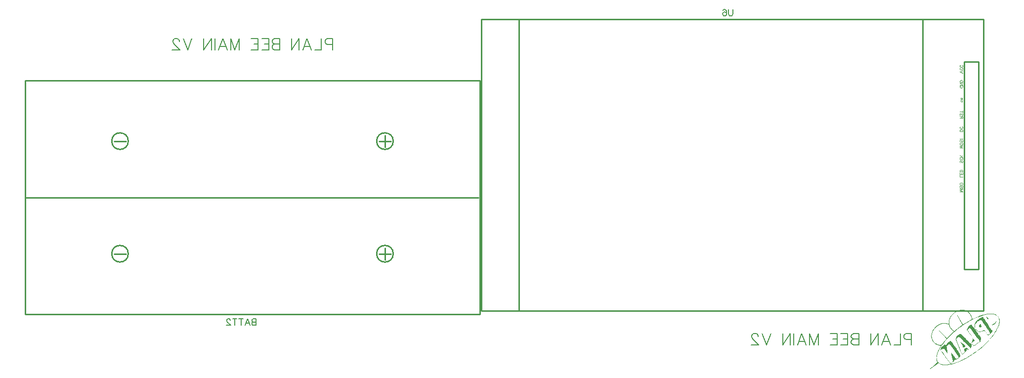
<source format=gbo>
G04 Layer: BottomSilkscreenLayer*
G04 EasyEDA v6.5.9, 2022-08-06 01:21:30*
G04 bc8d98b3e954460ba80fd4d649655d9a,c09117847ad249c1abd8b20aa127d3a4,10*
G04 Gerber Generator version 0.2*
G04 Scale: 100 percent, Rotated: No, Reflected: No *
G04 Dimensions in millimeters *
G04 leading zeros omitted , absolute positions ,4 integer and 5 decimal *
%FSLAX45Y45*%
%MOMM*%

%ADD10C,0.1000*%
%ADD11C,0.2032*%
%ADD12C,0.1524*%
%ADD13C,0.2540*%

%LPD*%
G36*
X17142206Y1019505D02*
G01*
X17128032Y1019149D01*
X17113605Y1018235D01*
X17099330Y1016762D01*
X17085716Y1014780D01*
X17073118Y1012342D01*
X17062043Y1009446D01*
X17057217Y1007871D01*
X17045584Y1003249D01*
X17034256Y997966D01*
X17023232Y992073D01*
X17012513Y985519D01*
X17002150Y978408D01*
X16992193Y970787D01*
X16982643Y962660D01*
X16973550Y954024D01*
X16964914Y944981D01*
X16956735Y935532D01*
X16949064Y925677D01*
X16941952Y915517D01*
X16935399Y905052D01*
X16929404Y894283D01*
X16924070Y883310D01*
X16919295Y872134D01*
X16915231Y860806D01*
X16910405Y843534D01*
X16908119Y831900D01*
X16906544Y820216D01*
X16905685Y805840D01*
X16916044Y805840D01*
X16916400Y816914D01*
X16917416Y827836D01*
X16919092Y838708D01*
X16921429Y849376D01*
X16924375Y859942D01*
X16927982Y870356D01*
X16932148Y880567D01*
X16936974Y890524D01*
X16942358Y900328D01*
X16948302Y909878D01*
X16954804Y919175D01*
X16961916Y928166D01*
X16969486Y936904D01*
X16977664Y945337D01*
X16986300Y953414D01*
X16995495Y961136D01*
X17005147Y968552D01*
X17015307Y975563D01*
X17025924Y982167D01*
X17036999Y988364D01*
X17048480Y994105D01*
X17060722Y999591D01*
X17071441Y1003604D01*
X17076674Y1005128D01*
X17081957Y1006348D01*
X17087545Y1007364D01*
X17093488Y1008176D01*
X17107357Y1009294D01*
X17124680Y1009954D01*
X17140834Y1010107D01*
X17155058Y1009650D01*
X17161611Y1009142D01*
X17173854Y1007465D01*
X17185436Y1004824D01*
X17196816Y1001166D01*
X17208449Y996289D01*
X17220895Y990193D01*
X17227550Y986637D01*
X17232223Y983843D01*
X17236846Y980592D01*
X17241520Y976884D01*
X17246092Y972819D01*
X17250613Y968349D01*
X17255083Y963523D01*
X17259452Y958392D01*
X17263668Y953008D01*
X17271746Y941425D01*
X17275505Y935380D01*
X17282414Y922731D01*
X17288408Y909726D01*
X17290999Y903173D01*
X17293285Y896569D01*
X17295266Y890016D01*
X17296892Y883513D01*
X17299838Y868070D01*
X17299990Y865733D01*
X17299686Y863600D01*
X17298822Y861466D01*
X17297349Y859332D01*
X17295063Y856996D01*
X17291862Y854354D01*
X17287697Y851357D01*
X17275708Y843787D01*
X17208804Y804113D01*
X17169688Y780542D01*
X17150384Y768654D01*
X17098619Y859383D01*
X17086326Y880516D01*
X17076267Y897331D01*
X17068190Y910132D01*
X17061992Y919022D01*
X17057573Y924255D01*
X17055998Y925576D01*
X17054779Y926033D01*
X17053915Y925728D01*
X17053407Y924560D01*
X17053255Y922680D01*
X17054118Y920546D01*
X17060621Y908151D01*
X17087494Y859840D01*
X17104715Y829564D01*
X17120057Y802030D01*
X17131639Y780440D01*
X17138091Y767334D01*
X17138954Y764794D01*
X17137024Y761441D01*
X17131639Y756005D01*
X17123664Y749198D01*
X17077944Y714806D01*
X17047311Y691032D01*
X17005706Y658215D01*
X16984218Y671626D01*
X16979138Y675233D01*
X16969435Y683107D01*
X16964863Y687273D01*
X16956278Y696214D01*
X16948404Y705866D01*
X16941342Y716127D01*
X16938091Y721461D01*
X16932249Y732586D01*
X16927271Y744220D01*
X16925086Y750214D01*
X16921429Y762508D01*
X16918686Y775157D01*
X16917670Y781608D01*
X16916908Y788111D01*
X16916146Y800303D01*
X16916044Y805840D01*
X16905685Y805840D01*
X16905376Y791210D01*
X16904055Y785368D01*
X16900804Y783742D01*
X16891914Y785825D01*
X16881602Y787400D01*
X16867124Y788974D01*
X16850207Y790346D01*
X16832884Y791362D01*
X16818406Y791718D01*
X16806265Y791413D01*
X16795445Y790244D01*
X16784929Y788111D01*
X16773753Y784961D01*
X16761460Y780846D01*
X16749826Y776325D01*
X16738752Y771448D01*
X16728135Y766064D01*
X16717975Y760171D01*
X16708119Y753668D01*
X16698518Y746556D01*
X16689120Y738784D01*
X16679773Y730250D01*
X16670426Y720902D01*
X16661231Y710895D01*
X16652697Y700582D01*
X16644874Y690016D01*
X16637812Y679196D01*
X16631513Y668172D01*
X16625925Y656945D01*
X16621048Y645566D01*
X16616934Y634136D01*
X16613530Y622554D01*
X16610939Y610971D01*
X16609009Y599338D01*
X16607840Y587705D01*
X16607462Y577748D01*
X16616222Y577748D01*
X16616781Y588619D01*
X16618000Y599541D01*
X16619982Y610412D01*
X16622572Y621233D01*
X16625874Y631952D01*
X16629786Y642569D01*
X16634307Y653034D01*
X16639489Y663346D01*
X16645229Y673455D01*
X16651528Y683310D01*
X16658386Y692861D01*
X16665752Y702157D01*
X16673626Y711149D01*
X16682059Y719734D01*
X16690898Y727913D01*
X16700246Y735736D01*
X16709999Y743051D01*
X16720159Y749909D01*
X16730726Y756259D01*
X16741698Y762050D01*
X16756634Y769162D01*
X16762933Y771956D01*
X16768724Y774242D01*
X16774261Y776071D01*
X16779798Y777544D01*
X16785488Y778713D01*
X16791533Y779576D01*
X16798239Y780237D01*
X16814342Y781100D01*
X16830802Y781507D01*
X16843908Y781456D01*
X16856354Y780999D01*
X16867733Y780186D01*
X16877487Y779018D01*
X16885310Y777595D01*
X16888307Y776782D01*
X16893641Y774903D01*
X16898010Y772972D01*
X16901617Y770788D01*
X16904614Y768146D01*
X16907205Y764844D01*
X16909440Y760780D01*
X16911624Y755751D01*
X16915790Y744169D01*
X16920210Y733653D01*
X16925340Y723442D01*
X16931233Y713536D01*
X16937837Y703986D01*
X16945152Y694842D01*
X16953128Y686054D01*
X16961713Y677722D01*
X16970959Y669899D01*
X16980814Y662482D01*
X16987824Y657707D01*
X16990517Y655269D01*
X16991177Y653897D01*
X16991279Y652322D01*
X16990771Y650494D01*
X16989602Y648208D01*
X16987672Y645464D01*
X16981220Y638149D01*
X16970959Y627786D01*
X16876318Y538480D01*
X16801287Y613308D01*
X16775531Y638200D01*
X16764406Y648563D01*
X16754805Y657148D01*
X16746982Y663803D01*
X16741343Y668172D01*
X16739412Y669442D01*
X16738092Y670052D01*
X16737482Y669950D01*
X16737533Y669137D01*
X16738244Y667715D01*
X16741648Y662990D01*
X16747337Y656082D01*
X16764558Y636981D01*
X16787876Y612648D01*
X16820845Y579424D01*
X16843298Y556260D01*
X16859504Y538937D01*
X16864533Y533196D01*
X16867225Y529793D01*
X16867530Y529031D01*
X16866971Y527608D01*
X16862856Y521411D01*
X16855440Y511759D01*
X16845635Y499770D01*
X16828160Y479094D01*
X16811955Y459079D01*
X16798594Y441706D01*
X16779544Y415239D01*
X16749979Y419201D01*
X16738244Y421792D01*
X16726204Y425399D01*
X16714165Y429920D01*
X16702328Y435254D01*
X16691000Y441299D01*
X16680383Y447852D01*
X16670731Y454914D01*
X16666362Y458622D01*
X16662196Y462534D01*
X16658082Y467004D01*
X16653967Y471982D01*
X16649954Y477418D01*
X16646042Y483209D01*
X16638574Y495706D01*
X16631869Y509066D01*
X16626128Y522833D01*
X16623690Y529742D01*
X16621556Y536549D01*
X16619778Y543255D01*
X16618407Y549808D01*
X16617391Y556107D01*
X16616476Y566877D01*
X16616222Y577748D01*
X16607462Y577748D01*
X16607536Y570382D01*
X16608196Y558952D01*
X16609669Y547674D01*
X16611854Y536549D01*
X16614800Y525576D01*
X16618508Y514858D01*
X16622928Y504393D01*
X16628160Y494233D01*
X16631005Y489254D01*
X16637355Y479551D01*
X16644416Y470255D01*
X16652290Y461365D01*
X16661079Y452628D01*
X16670121Y444652D01*
X16679163Y437692D01*
X16688460Y431698D01*
X16698315Y426415D01*
X16709136Y421792D01*
X16721074Y417525D01*
X16734485Y413562D01*
X16770959Y404266D01*
X16744238Y357632D01*
X16736974Y344373D01*
X16730319Y331470D01*
X16724274Y318922D01*
X16718788Y306679D01*
X16713911Y294741D01*
X16709542Y283057D01*
X16705783Y271678D01*
X16702532Y260451D01*
X16699839Y249478D01*
X16697706Y238658D01*
X16696029Y227990D01*
X16694912Y217474D01*
X16694302Y207060D01*
X16694164Y193852D01*
X16701363Y193852D01*
X16701414Y201015D01*
X16702024Y212090D01*
X16703903Y227279D01*
X16707002Y243027D01*
X16710050Y255168D01*
X16712438Y263398D01*
X16718076Y280212D01*
X16721277Y288798D01*
X16728541Y306222D01*
X16736872Y324053D01*
X16743781Y337616D01*
X16748709Y346811D01*
X16756583Y360680D01*
X16767962Y379476D01*
X16780256Y398475D01*
X16793514Y417677D01*
X16807637Y437083D01*
X16822674Y456692D01*
X16842689Y481279D01*
X16859605Y501091D01*
X16881906Y525932D01*
X16905427Y550722D01*
X16915130Y560679D01*
X16930065Y575513D01*
X16945406Y590346D01*
X16971822Y614934D01*
X16999254Y639267D01*
X17021911Y658571D01*
X17045228Y677672D01*
X17069054Y696518D01*
X17093438Y715111D01*
X17118380Y733399D01*
X17131030Y742391D01*
X17156734Y760171D01*
X17176292Y773226D01*
X17208195Y793699D01*
X17239030Y812292D01*
X17270476Y830071D01*
X17295926Y843635D01*
X17327829Y859739D01*
X17359630Y874776D01*
X17378578Y883208D01*
X17409668Y896264D01*
X17434052Y905713D01*
X17457775Y914247D01*
X17480737Y921816D01*
X17502784Y928319D01*
X17523866Y933754D01*
X17543729Y938021D01*
X17562372Y941120D01*
X17571110Y942187D01*
X17610683Y946048D01*
X17623993Y947013D01*
X17634204Y947369D01*
X17642078Y947166D01*
X17648478Y946505D01*
X17664633Y943762D01*
X17679466Y940562D01*
X17693030Y936904D01*
X17705324Y932687D01*
X17711013Y930402D01*
X17716398Y927963D01*
X17726355Y922578D01*
X17730876Y919683D01*
X17735143Y916584D01*
X17742865Y909929D01*
X17749469Y902563D01*
X17752415Y898601D01*
X17755108Y894435D01*
X17757546Y890117D01*
X17759781Y885545D01*
X17761762Y880821D01*
X17763490Y875842D01*
X17765014Y870661D01*
X17767350Y859637D01*
X17768874Y847750D01*
X17769586Y834847D01*
X17769586Y821639D01*
X17768976Y809396D01*
X17767858Y797712D01*
X17766030Y786231D01*
X17763490Y774750D01*
X17760137Y763016D01*
X17755870Y750722D01*
X17750637Y737565D01*
X17744389Y723392D01*
X17730673Y695045D01*
X17718532Y672490D01*
X17707864Y654354D01*
X17696434Y636117D01*
X17684191Y617778D01*
X17671237Y599440D01*
X17657521Y581050D01*
X17643144Y562660D01*
X17624196Y539699D01*
X17608397Y521360D01*
X17591938Y503123D01*
X17570602Y480466D01*
X17552924Y462432D01*
X17534737Y444601D01*
X17511369Y422503D01*
X17492167Y405028D01*
X17472558Y387756D01*
X17452594Y370738D01*
X17432274Y354025D01*
X17401184Y329387D01*
X17380102Y313385D01*
X17347996Y290017D01*
X17326356Y274878D01*
X17304512Y260146D01*
X17282566Y245821D01*
X17266005Y235356D01*
X17232731Y215239D01*
X17210481Y202387D01*
X17193768Y193090D01*
X17165929Y178308D01*
X17143679Y167081D01*
X17115942Y153822D01*
X17093895Y143916D01*
X17066514Y132384D01*
X17044771Y123952D01*
X17023232Y116128D01*
X16996613Y107340D01*
X16975632Y101142D01*
X16954906Y95707D01*
X16939615Y92100D01*
X16926255Y89509D01*
X16912132Y87325D01*
X16897451Y85547D01*
X16882465Y84277D01*
X16867378Y83413D01*
X16852392Y83007D01*
X16837710Y83058D01*
X16823639Y83616D01*
X16810380Y84582D01*
X16798086Y86004D01*
X16787063Y87934D01*
X16777512Y90271D01*
X16771670Y92252D01*
X16765879Y94640D01*
X16760139Y97485D01*
X16754500Y100685D01*
X16749013Y104241D01*
X16743680Y108102D01*
X16738498Y112268D01*
X16733621Y116636D01*
X16728948Y121259D01*
X16724630Y126085D01*
X16720616Y131064D01*
X16716959Y136144D01*
X16713707Y141376D01*
X16710913Y146608D01*
X16708577Y151892D01*
X16705834Y160324D01*
X16704310Y166674D01*
X16703090Y173228D01*
X16702227Y179984D01*
X16701617Y186842D01*
X16701363Y193852D01*
X16694164Y193852D01*
X16694404Y180949D01*
X16694962Y172669D01*
X16695877Y165404D01*
X16697147Y158851D01*
X16698925Y152806D01*
X16701160Y146964D01*
X16703954Y140970D01*
X16714165Y120548D01*
X16642537Y62331D01*
X16618102Y41757D01*
X16598493Y24434D01*
X16591229Y17576D01*
X16585996Y12242D01*
X16583050Y8737D01*
X16582542Y7721D01*
X16582491Y7010D01*
X16582694Y6553D01*
X16583151Y6299D01*
X16585031Y6604D01*
X16588333Y8077D01*
X16593261Y10769D01*
X16608704Y20472D01*
X16633037Y36830D01*
X16667784Y60756D01*
X16728490Y103073D01*
X16761815Y86817D01*
X16772178Y82448D01*
X16782186Y79298D01*
X16787469Y78079D01*
X16799102Y76200D01*
X16813276Y74930D01*
X16830954Y74015D01*
X16853763Y73660D01*
X16864990Y73863D01*
X16876115Y74320D01*
X16887240Y75082D01*
X16909491Y77571D01*
X16920718Y79298D01*
X16932097Y81330D01*
X16943628Y83667D01*
X16967352Y89458D01*
X16979595Y92862D01*
X16992193Y96672D01*
X17018609Y105460D01*
X17032427Y110388D01*
X17061637Y121564D01*
X17093234Y134518D01*
X17120209Y146456D01*
X17147184Y159156D01*
X17163338Y167132D01*
X17179493Y175412D01*
X17211751Y192786D01*
X17238472Y208076D01*
X17259808Y220827D01*
X17281093Y234035D01*
X17312741Y254660D01*
X17333772Y268986D01*
X17354600Y283718D01*
X17375327Y298856D01*
X17395901Y314452D01*
X17426482Y338531D01*
X17446599Y355092D01*
X17476470Y380593D01*
X17496129Y398068D01*
X17515586Y415950D01*
X17544288Y443382D01*
X17572431Y471525D01*
X17594173Y494334D01*
X17614747Y516788D01*
X17634102Y538937D01*
X17652288Y560730D01*
X17669306Y582269D01*
X17685105Y603402D01*
X17699736Y624281D01*
X17713096Y644804D01*
X17719395Y654913D01*
X17730978Y674979D01*
X17741392Y694639D01*
X17750586Y713994D01*
X17754752Y723544D01*
X17758613Y733044D01*
X17765369Y751738D01*
X17768316Y760933D01*
X17773294Y779068D01*
X17775377Y788060D01*
X17777104Y796899D01*
X17779034Y810056D01*
X17780101Y822655D01*
X17780304Y834694D01*
X17779542Y846226D01*
X17777815Y857199D01*
X17776647Y862533D01*
X17775224Y867765D01*
X17771668Y877824D01*
X17767198Y887476D01*
X17761712Y896670D01*
X17758664Y901141D01*
X17751755Y909828D01*
X17747945Y914044D01*
X17739614Y922172D01*
X17731790Y928573D01*
X17727726Y931519D01*
X17719040Y936802D01*
X17709743Y941324D01*
X17704816Y943305D01*
X17694300Y946759D01*
X17682921Y949502D01*
X17670576Y951636D01*
X17657114Y953109D01*
X17642535Y953973D01*
X17626736Y954227D01*
X17616220Y954125D01*
X17600371Y953465D01*
X17579035Y951636D01*
X17557292Y948740D01*
X17546269Y946912D01*
X17523815Y942390D01*
X17512334Y939698D01*
X17500752Y936701D01*
X17482972Y931671D01*
X17458588Y923950D01*
X17433340Y915060D01*
X17407077Y904900D01*
X17379696Y893470D01*
X17345101Y878484D01*
X17327727Y871677D01*
X17320768Y869187D01*
X17315281Y867511D01*
X17311522Y866597D01*
X17309642Y866648D01*
X17308068Y868476D01*
X17306798Y871728D01*
X17305985Y875893D01*
X17305426Y885088D01*
X17304766Y889965D01*
X17303699Y895146D01*
X17302276Y900582D01*
X17298314Y911961D01*
X17293132Y923747D01*
X17290135Y929690D01*
X17283379Y941374D01*
X17275810Y952500D01*
X17271796Y957783D01*
X17263414Y967435D01*
X17254220Y976477D01*
X17244872Y984605D01*
X17235220Y991920D01*
X17225416Y998372D01*
X17215256Y1004011D01*
X17204842Y1008786D01*
X17199559Y1010919D01*
X17188688Y1014476D01*
X17178528Y1017016D01*
X17167860Y1018489D01*
X17155617Y1019302D01*
G37*
G36*
X17557800Y901242D02*
G01*
X17555768Y901039D01*
X17554346Y899464D01*
X17553533Y896619D01*
X17553279Y892403D01*
X17554346Y887171D01*
X17557343Y880973D01*
X17561661Y874420D01*
X17566843Y868019D01*
X17572329Y862431D01*
X17577612Y858164D01*
X17582235Y855827D01*
X17585588Y856030D01*
X17587722Y858012D01*
X17588738Y860704D01*
X17588687Y864057D01*
X17587569Y868019D01*
X17585436Y872490D01*
X17582337Y877468D01*
X17578222Y882903D01*
X17573091Y888746D01*
X17568113Y893927D01*
X17563947Y897686D01*
X17560544Y900125D01*
G37*
G36*
X17489728Y901192D02*
G01*
X17455946Y884021D01*
X17442129Y876300D01*
X17429175Y868273D01*
X17416983Y859942D01*
X17405705Y851357D01*
X17395342Y842518D01*
X17385842Y833475D01*
X17377308Y824230D01*
X17369688Y814781D01*
X17363135Y805281D01*
X17360188Y800455D01*
X17355108Y790752D01*
X17351095Y780999D01*
X17349470Y776122D01*
X17347082Y766318D01*
X17346320Y761390D01*
X17345507Y754075D01*
X17345202Y747674D01*
X17345462Y742645D01*
X17354397Y742645D01*
X17354448Y747318D01*
X17354804Y751890D01*
X17355464Y756462D01*
X17357852Y765505D01*
X17359579Y769924D01*
X17361611Y774344D01*
X17363998Y778764D01*
X17366742Y783132D01*
X17369790Y787450D01*
X17373193Y791819D01*
X17381016Y800404D01*
X17390262Y808990D01*
X17395342Y813257D01*
X17406620Y821791D01*
X17412766Y826058D01*
X17417948Y829360D01*
X17428819Y835253D01*
X17439386Y839774D01*
X17444212Y841400D01*
X17448530Y842467D01*
X17452187Y842924D01*
X17456810Y843026D01*
X17460772Y842619D01*
X17464278Y841654D01*
X17467529Y839978D01*
X17470678Y837387D01*
X17474031Y833831D01*
X17481956Y823163D01*
X17486517Y816152D01*
X17496282Y816152D01*
X17496637Y819505D01*
X17497602Y823315D01*
X17499076Y827125D01*
X17500904Y830427D01*
X17503343Y834034D01*
X17504714Y835202D01*
X17505375Y834034D01*
X17505476Y830427D01*
X17505121Y827125D01*
X17504156Y823315D01*
X17502682Y819505D01*
X17500904Y816152D01*
X17498415Y812596D01*
X17497044Y811377D01*
X17496434Y812596D01*
X17496282Y816152D01*
X17486517Y816152D01*
X17491964Y807110D01*
X17495012Y801065D01*
X17496129Y797458D01*
X17496485Y795477D01*
X17497501Y793851D01*
X17499025Y792734D01*
X17502733Y791768D01*
X17504257Y790244D01*
X17505273Y787958D01*
X17505984Y782421D01*
X17506950Y780135D01*
X17508321Y778611D01*
X17510460Y777798D01*
X17519954Y777798D01*
X17520310Y779729D01*
X17521326Y781812D01*
X17522850Y783691D01*
X17524679Y785215D01*
X17526558Y785774D01*
X17528032Y785114D01*
X17529098Y783386D01*
X17529454Y780745D01*
X17529098Y777849D01*
X17528032Y775462D01*
X17526558Y773887D01*
X17524679Y773277D01*
X17522850Y773633D01*
X17521326Y774598D01*
X17520310Y776020D01*
X17519954Y777798D01*
X17510460Y777798D01*
X17512588Y776630D01*
X17516297Y772820D01*
X17520716Y767130D01*
X17525288Y760222D01*
X17539716Y736752D01*
X17551501Y718108D01*
X17560899Y703884D01*
X17568316Y693572D01*
X17571364Y689762D01*
X17576393Y684580D01*
X17578476Y683107D01*
X17580254Y682244D01*
X17581880Y681990D01*
X17583302Y682345D01*
X17587468Y685190D01*
X17589601Y685952D01*
X17590922Y685495D01*
X17591379Y683818D01*
X17590922Y681736D01*
X17589703Y679754D01*
X17587874Y678078D01*
X17585690Y676960D01*
X17584572Y674573D01*
X17586248Y669391D01*
X17590668Y661822D01*
X17604435Y642467D01*
X17610023Y633272D01*
X17613782Y625602D01*
X17615154Y620420D01*
X17613782Y616102D01*
X17610023Y610819D01*
X17604486Y605180D01*
X17597729Y599897D01*
X17580254Y588010D01*
X17535398Y649630D01*
X17519599Y670458D01*
X17518126Y671068D01*
X17515484Y671068D01*
X17511826Y670509D01*
X17507254Y669340D01*
X17495824Y665480D01*
X17468138Y653897D01*
X17455134Y649122D01*
X17444516Y645922D01*
X17440554Y645058D01*
X17437760Y644753D01*
X17434102Y645058D01*
X17429988Y646023D01*
X17425568Y647547D01*
X17420793Y649528D01*
X17410887Y654862D01*
X17405908Y658012D01*
X17401032Y661466D01*
X17396358Y665124D01*
X17391989Y668985D01*
X17388027Y672896D01*
X17384522Y676859D01*
X17376241Y687730D01*
X17369282Y698347D01*
X17363643Y708609D01*
X17359325Y718616D01*
X17357699Y723544D01*
X17356378Y728421D01*
X17355362Y733196D01*
X17354397Y742645D01*
X17345462Y742645D01*
X17346523Y735888D01*
X17348403Y729538D01*
X17351248Y722376D01*
X17355159Y713841D01*
X17363541Y697128D01*
X17370247Y685393D01*
X17377206Y675030D01*
X17380762Y670407D01*
X17388027Y662178D01*
X17391786Y658622D01*
X17395596Y655370D01*
X17399457Y652475D01*
X17403470Y649884D01*
X17407534Y647700D01*
X17411700Y645820D01*
X17415967Y644245D01*
X17420336Y643026D01*
X17424857Y642162D01*
X17429429Y641604D01*
X17434153Y641350D01*
X17439030Y641451D01*
X17444008Y641858D01*
X17449139Y642569D01*
X17454372Y643636D01*
X17465344Y646684D01*
X17476927Y651002D01*
X17515078Y668070D01*
X17539716Y633679D01*
X17558410Y608736D01*
X17566132Y598932D01*
X17572482Y591261D01*
X17577308Y585927D01*
X17580457Y583184D01*
X17581321Y582828D01*
X17583353Y583438D01*
X17586604Y585216D01*
X17591024Y588162D01*
X17603165Y597357D01*
X17619268Y610514D01*
X17628666Y618540D01*
X17633086Y623011D01*
X17637912Y629005D01*
X17642789Y636016D01*
X17647462Y643483D01*
X17651628Y650951D01*
X17654981Y657910D01*
X17657216Y663803D01*
X17658029Y668172D01*
X17657470Y669848D01*
X17655946Y670763D01*
X17653660Y670966D01*
X17647970Y669645D01*
X17645735Y670102D01*
X17644262Y671626D01*
X17642992Y677214D01*
X17640960Y680770D01*
X17637912Y684377D01*
X17630495Y690676D01*
X17627498Y693978D01*
X17625466Y697179D01*
X17623993Y702513D01*
X17622012Y706018D01*
X17619116Y709777D01*
X17611598Y717753D01*
X17607381Y723646D01*
X17603520Y730199D01*
X17597526Y742899D01*
X17594275Y748538D01*
X17590973Y753008D01*
X17585639Y757682D01*
X17583658Y760374D01*
X17582337Y763422D01*
X17581422Y769061D01*
X17580356Y771245D01*
X17578730Y772769D01*
X17575072Y773684D01*
X17574107Y774700D01*
X17573955Y776224D01*
X17575428Y779881D01*
X17575276Y781405D01*
X17574310Y782421D01*
X17570653Y783386D01*
X17569027Y784910D01*
X17567960Y787196D01*
X17567097Y792734D01*
X17565928Y795020D01*
X17564150Y796544D01*
X17562017Y797102D01*
X17560086Y797356D01*
X17558918Y797966D01*
X17558664Y798880D01*
X17559324Y799998D01*
X17559528Y802132D01*
X17557953Y805738D01*
X17554854Y810361D01*
X17545761Y821080D01*
X17541443Y827024D01*
X17538039Y832662D01*
X17533823Y841705D01*
X17530114Y847242D01*
X17525339Y853135D01*
X17514316Y864565D01*
X17508321Y871728D01*
X17502784Y879195D01*
X17498364Y886053D01*
G37*
G36*
X17720716Y825093D02*
G01*
X17719192Y824433D01*
X17716957Y822706D01*
X17714163Y819912D01*
X17710759Y816000D01*
X17706848Y811072D01*
X17698415Y799642D01*
X17694249Y794816D01*
X17689931Y790498D01*
X17685258Y786638D01*
X17680178Y783082D01*
X17674539Y779780D01*
X17668240Y776630D01*
X17650917Y769061D01*
X17642941Y764692D01*
X17637963Y761034D01*
X17636845Y758596D01*
X17639284Y757580D01*
X17644110Y757986D01*
X17650764Y759561D01*
X17658588Y762152D01*
X17667173Y765505D01*
X17675860Y769467D01*
X17684089Y773836D01*
X17691404Y778357D01*
X17696891Y783082D01*
X17703038Y789889D01*
X17709083Y797864D01*
X17714315Y806145D01*
X17717465Y812038D01*
X17719751Y816813D01*
X17721173Y820521D01*
X17721783Y823112D01*
X17721630Y824636D01*
G37*
G36*
X17448530Y773176D02*
G01*
X17444364Y772363D01*
X17440046Y770331D01*
X17435880Y767080D01*
X17432121Y762711D01*
X17429276Y758037D01*
X17427244Y753364D01*
X17425974Y748741D01*
X17425416Y744220D01*
X17425517Y739851D01*
X17426279Y735787D01*
X17427600Y731977D01*
X17429530Y728573D01*
X17431918Y725576D01*
X17434763Y723087D01*
X17438065Y721156D01*
X17441722Y719836D01*
X17445736Y719226D01*
X17450003Y719378D01*
X17454575Y720293D01*
X17459299Y722122D01*
X17465446Y725576D01*
X17468850Y729234D01*
X17469916Y733806D01*
X17469002Y739952D01*
X17467529Y744728D01*
X17465751Y748842D01*
X17463820Y751890D01*
X17460468Y754786D01*
X17459198Y757275D01*
X17458334Y760476D01*
X17458029Y764184D01*
X17457267Y768299D01*
X17455286Y771194D01*
X17452289Y772820D01*
G37*
G36*
X17294250Y768553D02*
G01*
X17291151Y767943D01*
X17287087Y766368D01*
X17282109Y763879D01*
X17276572Y760628D01*
X17270628Y756818D01*
X17258334Y748030D01*
X17252391Y743407D01*
X17246904Y738733D01*
X17242078Y734263D01*
X17238116Y730097D01*
X17235220Y726440D01*
X17230852Y719175D01*
X17226838Y711200D01*
X17223282Y702919D01*
X17220387Y694842D01*
X17218304Y687374D01*
X17217186Y681126D01*
X17217142Y677011D01*
X17228413Y677011D01*
X17229378Y680008D01*
X17232934Y684733D01*
X17238522Y690422D01*
X17245584Y696569D01*
X17253051Y702310D01*
X17259655Y707034D01*
X17264684Y710234D01*
X17267428Y711403D01*
X17269155Y709930D01*
X17279168Y697992D01*
X17291558Y697992D01*
X17292066Y699414D01*
X17294809Y700278D01*
X17297654Y698601D01*
X17299940Y695096D01*
X17300905Y690575D01*
X17300498Y688949D01*
X17299330Y688543D01*
X17297552Y689356D01*
X17295266Y691337D01*
X17293234Y693674D01*
X17292015Y696010D01*
X17291558Y697992D01*
X17279168Y697992D01*
X17298623Y672896D01*
X17344339Y672896D01*
X17344694Y675182D01*
X17345609Y676757D01*
X17346726Y677164D01*
X17347539Y676097D01*
X17348047Y673811D01*
X17348149Y670509D01*
X17347793Y667207D01*
X17347184Y665581D01*
X17346320Y665683D01*
X17345253Y667664D01*
X17344491Y670306D01*
X17344339Y672896D01*
X17298623Y672896D01*
X17318685Y646176D01*
X17377145Y566674D01*
X17383455Y566674D01*
X17384217Y568553D01*
X17386909Y571906D01*
X17388230Y572922D01*
X17389246Y573278D01*
X17390059Y572922D01*
X17390719Y571906D01*
X17391176Y570382D01*
X17391292Y568147D01*
X17401489Y568147D01*
X17401844Y570382D01*
X17402759Y572008D01*
X17403876Y572414D01*
X17404689Y571347D01*
X17405197Y569061D01*
X17405248Y565759D01*
X17404943Y562457D01*
X17404334Y560832D01*
X17403470Y560933D01*
X17402403Y562864D01*
X17401641Y565556D01*
X17401489Y568147D01*
X17391292Y568147D01*
X17390973Y566674D01*
X17389856Y565150D01*
X17388281Y564134D01*
X17386300Y563778D01*
X17384572Y564134D01*
X17383607Y565150D01*
X17383455Y566674D01*
X17377145Y566674D01*
X17383224Y558444D01*
X17430038Y558444D01*
X17430343Y562102D01*
X17431105Y565048D01*
X17432020Y566216D01*
X17432731Y564997D01*
X17433188Y561695D01*
X17433290Y556615D01*
X17433036Y551738D01*
X17432528Y548995D01*
X17431766Y548640D01*
X17430902Y550773D01*
X17430242Y554482D01*
X17430038Y558444D01*
X17383224Y558444D01*
X17393657Y544322D01*
X17444313Y544322D01*
X17444720Y546608D01*
X17445634Y548182D01*
X17446701Y548589D01*
X17447564Y547573D01*
X17448022Y545287D01*
X17448123Y541934D01*
X17447818Y538632D01*
X17447158Y537006D01*
X17446294Y537159D01*
X17445228Y539089D01*
X17444516Y541731D01*
X17444313Y544322D01*
X17393657Y544322D01*
X17423079Y504647D01*
X17429988Y494131D01*
X17434712Y485393D01*
X17436084Y482041D01*
X17436744Y479551D01*
X17436592Y478028D01*
X17434204Y475538D01*
X17430038Y472338D01*
X17424552Y468833D01*
X17414951Y463550D01*
X17406315Y458114D01*
X17396409Y451205D01*
X17386452Y443738D01*
X17373803Y433578D01*
X17366335Y427888D01*
X17359426Y422960D01*
X17353178Y418896D01*
X17347539Y415645D01*
X17342662Y413308D01*
X17338598Y411886D01*
X17335347Y411378D01*
X17332502Y413054D01*
X17327930Y417474D01*
X17322292Y424078D01*
X17316145Y432155D01*
X17301260Y452932D01*
X17312436Y463448D01*
X17316704Y468172D01*
X17320006Y473201D01*
X17322038Y478028D01*
X17322444Y481939D01*
X17322241Y485851D01*
X17322647Y485698D01*
X17324476Y481685D01*
X17326000Y479806D01*
X17327727Y478535D01*
X17329454Y478078D01*
X17334179Y480212D01*
X17340529Y485190D01*
X17346117Y490829D01*
X17348504Y495046D01*
X17347082Y497789D01*
X17337582Y512064D01*
X17318228Y539445D01*
X17298517Y569010D01*
X17287595Y585927D01*
X17257014Y631901D01*
X17237405Y661822D01*
X17231106Y671982D01*
X17228413Y677011D01*
X17217142Y677011D01*
X17217136Y676452D01*
X17218406Y673912D01*
X17220336Y672033D01*
X17227600Y662736D01*
X17239691Y645718D01*
X17256861Y620623D01*
X17285817Y577392D01*
X17320361Y525221D01*
X17295520Y453237D01*
X17323663Y413664D01*
X17327219Y409194D01*
X17330166Y405942D01*
X17332706Y403860D01*
X17335042Y402793D01*
X17337328Y402640D01*
X17339767Y403301D01*
X17342561Y404622D01*
X17349774Y408889D01*
X17357445Y413766D01*
X17366945Y420370D01*
X17377054Y427888D01*
X17397069Y443585D01*
X17407483Y451002D01*
X17417542Y457454D01*
X17427143Y462838D01*
X17436134Y467106D01*
X17444212Y470103D01*
X17447717Y472592D01*
X17450663Y477672D01*
X17453102Y485140D01*
X17454930Y494995D01*
X17457166Y513435D01*
X17457724Y521055D01*
X17457928Y527812D01*
X17457775Y533806D01*
X17457216Y539089D01*
X17456200Y543915D01*
X17454778Y548284D01*
X17452848Y552348D01*
X17450460Y556260D01*
X17447564Y560171D01*
X17438928Y570534D01*
X17435068Y576783D01*
X17432883Y582117D01*
X17432426Y589686D01*
X17428667Y592328D01*
X17422164Y593445D01*
X17413630Y592785D01*
X17412309Y592886D01*
X17411700Y593699D01*
X17411801Y595020D01*
X17412614Y596798D01*
X17412868Y602488D01*
X17409922Y610971D01*
X17404638Y620166D01*
X17398034Y627938D01*
X17394885Y631342D01*
X17384725Y644042D01*
X17362728Y673658D01*
X17346371Y694893D01*
X17328337Y719886D01*
X17312894Y742594D01*
X17307356Y751382D01*
X17303953Y757529D01*
X17301565Y762914D01*
X17299330Y765860D01*
X17296790Y767791D01*
G37*
G36*
X17104868Y610412D02*
G01*
X17101210Y609752D01*
X17096486Y607720D01*
X17090237Y604164D01*
X17071797Y592023D01*
X17063923Y586486D01*
X17057268Y581355D01*
X17051629Y576478D01*
X17046803Y571550D01*
X17042688Y566470D01*
X17040477Y563168D01*
X17064939Y563168D01*
X17065752Y565912D01*
X17068088Y570788D01*
X17070222Y573024D01*
X17071746Y572414D01*
X17072305Y568807D01*
X17071949Y566826D01*
X17070933Y564794D01*
X17069409Y562914D01*
X17067580Y561441D01*
X17065955Y560832D01*
X17065040Y561441D01*
X17064939Y563168D01*
X17040477Y563168D01*
X17038980Y560933D01*
X17035627Y554837D01*
X17032376Y547928D01*
X17028109Y537159D01*
X17025467Y528015D01*
X17024906Y523849D01*
X17036288Y523849D01*
X17036491Y526440D01*
X17037050Y528574D01*
X17037913Y530352D01*
X17039132Y531876D01*
X17040606Y533196D01*
X17049242Y538429D01*
X17054677Y542188D01*
X17060011Y546252D01*
X17068850Y553567D01*
X17073473Y556361D01*
X17077893Y558190D01*
X17081550Y558800D01*
X17083786Y557733D01*
X17087951Y554634D01*
X17094189Y549503D01*
X17120514Y549503D01*
X17120717Y553923D01*
X17121428Y557834D01*
X17122241Y559765D01*
X17122952Y558800D01*
X17123410Y555294D01*
X17123613Y549503D01*
X17123410Y543661D01*
X17122952Y540156D01*
X17122241Y539242D01*
X17121428Y541172D01*
X17120717Y545033D01*
X17120514Y549503D01*
X17094189Y549503D01*
X17110049Y535279D01*
X17120329Y525678D01*
X17139615Y525678D01*
X17139818Y528828D01*
X17140580Y531622D01*
X17141545Y532993D01*
X17142307Y532333D01*
X17142815Y529844D01*
X17142968Y525678D01*
X17142815Y521512D01*
X17142307Y519023D01*
X17141545Y518363D01*
X17140580Y519734D01*
X17139818Y522528D01*
X17139615Y525678D01*
X17120329Y525678D01*
X17135281Y511403D01*
X17191380Y511403D01*
X17191736Y513232D01*
X17192853Y514756D01*
X17194428Y515772D01*
X17196409Y516128D01*
X17198136Y515772D01*
X17199102Y514756D01*
X17199254Y513232D01*
X17198492Y511403D01*
X17197171Y509524D01*
X17194530Y506984D01*
X17193463Y506628D01*
X17192650Y506984D01*
X17191990Y508050D01*
X17191532Y509524D01*
X17191380Y511403D01*
X17135281Y511403D01*
X17156388Y490728D01*
X17164710Y490728D01*
X17165370Y492658D01*
X17168164Y496163D01*
X17170349Y496773D01*
X17171822Y494588D01*
X17172330Y489661D01*
X17171924Y487019D01*
X17170908Y485292D01*
X17169989Y484936D01*
X17215154Y484936D01*
X17215561Y487781D01*
X17216577Y490169D01*
X17218101Y491743D01*
X17219930Y492353D01*
X17221758Y491998D01*
X17223282Y491032D01*
X17224298Y489610D01*
X17224705Y487883D01*
X17224298Y485901D01*
X17223282Y483819D01*
X17221758Y481939D01*
X17219930Y480415D01*
X17218101Y479856D01*
X17216577Y480517D01*
X17215561Y482295D01*
X17215154Y484936D01*
X17169989Y484936D01*
X17169333Y484682D01*
X17167453Y485241D01*
X17165828Y486765D01*
X17164862Y488645D01*
X17164710Y490728D01*
X17156388Y490728D01*
X17174364Y472744D01*
X17191990Y472744D01*
X17192244Y476402D01*
X17193006Y479348D01*
X17193920Y480466D01*
X17194631Y479298D01*
X17195088Y475996D01*
X17195129Y469747D01*
X17229785Y469747D01*
X17230039Y474827D01*
X17230953Y478993D01*
X17232376Y481787D01*
X17234204Y482803D01*
X17237354Y482041D01*
X17238421Y479348D01*
X17237354Y474268D01*
X17234204Y466140D01*
X17232908Y463397D01*
X17244314Y463397D01*
X17244720Y465632D01*
X17245634Y467258D01*
X17246701Y467664D01*
X17247565Y466598D01*
X17248022Y464312D01*
X17248124Y461009D01*
X17247819Y457657D01*
X17247158Y456031D01*
X17246295Y456184D01*
X17245228Y458114D01*
X17244517Y460756D01*
X17244314Y463397D01*
X17232908Y463397D01*
X17232020Y461518D01*
X17230750Y460400D01*
X17230090Y463092D01*
X17229785Y469747D01*
X17195129Y469747D01*
X17194936Y466039D01*
X17194428Y463296D01*
X17193666Y462889D01*
X17192802Y465074D01*
X17192142Y468782D01*
X17191990Y472744D01*
X17174364Y472744D01*
X17202629Y444703D01*
X17215764Y444703D01*
X17216018Y447903D01*
X17216780Y450697D01*
X17217694Y452069D01*
X17218456Y451408D01*
X17218964Y448868D01*
X17219150Y444347D01*
X17263364Y444347D01*
X17263770Y446582D01*
X17264684Y448208D01*
X17265751Y448614D01*
X17266615Y447548D01*
X17267072Y445262D01*
X17267174Y441959D01*
X17266818Y438607D01*
X17266208Y436981D01*
X17265345Y437134D01*
X17264278Y439064D01*
X17263567Y441706D01*
X17263364Y444347D01*
X17219150Y444347D01*
X17218964Y440588D01*
X17218456Y438048D01*
X17217694Y437388D01*
X17216780Y438759D01*
X17216018Y441553D01*
X17215764Y444703D01*
X17202629Y444703D01*
X17223130Y424688D01*
X17242434Y406196D01*
X17260671Y389585D01*
X17267936Y383794D01*
X17272711Y379374D01*
X17275911Y375615D01*
X17277080Y373126D01*
X17276013Y370332D01*
X17273117Y366369D01*
X17268952Y361746D01*
X17263973Y356870D01*
X17258690Y352247D01*
X17253712Y348386D01*
X17249394Y345744D01*
X17246396Y344728D01*
X17243399Y345897D01*
X17238573Y349148D01*
X17232630Y353974D01*
X17220387Y365201D01*
X17215408Y368909D01*
X17210735Y370992D01*
X17205960Y371297D01*
X17200727Y369925D01*
X17194530Y366725D01*
X17186960Y361645D01*
X17173854Y351790D01*
X17171162Y349351D01*
X17169434Y346913D01*
X17168622Y344220D01*
X17168774Y340817D01*
X17169790Y336346D01*
X17182287Y299466D01*
X17162424Y281635D01*
X17154398Y274675D01*
X17147336Y269036D01*
X17141952Y265176D01*
X17139005Y263753D01*
X17138497Y263906D01*
X17137176Y265226D01*
X17135398Y267817D01*
X17130369Y277418D01*
X17123206Y293166D01*
X17113605Y315722D01*
X17101413Y345490D01*
X17061789Y445566D01*
X17052798Y468833D01*
X17045940Y487426D01*
X17041012Y501853D01*
X17037862Y512775D01*
X17036948Y517093D01*
X17036440Y520750D01*
X17036288Y523849D01*
X17024906Y523849D01*
X17024502Y520852D01*
X17025315Y516128D01*
X17028160Y509981D01*
X17039234Y483362D01*
X17056404Y440588D01*
X17073270Y400304D01*
X17106188Y317449D01*
X17120717Y281736D01*
X17125746Y270002D01*
X17129506Y261874D01*
X17132249Y256844D01*
X17134128Y254508D01*
X17134789Y254254D01*
X17136668Y254711D01*
X17139361Y256082D01*
X17146676Y261010D01*
X17155922Y268376D01*
X17166183Y277368D01*
X17176750Y287223D01*
X17186656Y297230D01*
X17195190Y306628D01*
X17201438Y314604D01*
X17206112Y321564D01*
X17209516Y327456D01*
X17211802Y332638D01*
X17213021Y337515D01*
X17213173Y342442D01*
X17212310Y347776D01*
X17210532Y353974D01*
X17207890Y361391D01*
X17207484Y364439D01*
X17209973Y363931D01*
X17215307Y359968D01*
X17223536Y352501D01*
X17242891Y334111D01*
X17272609Y356971D01*
X17277994Y361696D01*
X17282363Y366115D01*
X17285817Y370586D01*
X17288611Y375310D01*
X17290897Y380593D01*
X17292828Y386689D01*
X17294656Y393903D01*
X17295926Y400659D01*
X17296739Y407365D01*
X17297146Y413969D01*
X17297044Y420319D01*
X17296587Y426262D01*
X17295723Y431749D01*
X17294555Y436524D01*
X17293031Y440588D01*
X17291202Y443738D01*
X17289119Y445820D01*
X17286732Y446785D01*
X17281550Y446176D01*
X17278451Y447090D01*
X17275352Y448919D01*
X17269764Y454202D01*
X17266818Y455879D01*
X17263922Y456438D01*
X17261535Y455828D01*
X17259808Y455015D01*
X17258893Y455117D01*
X17258792Y455980D01*
X17259554Y457606D01*
X17259300Y460908D01*
X17256455Y466242D01*
X17251426Y472948D01*
X17244822Y480212D01*
X17238065Y486714D01*
X17231360Y492607D01*
X17225111Y497738D01*
X17219625Y501802D01*
X17215256Y504545D01*
X17212360Y505764D01*
X17211243Y505206D01*
X17213021Y500481D01*
X17212818Y498195D01*
X17211700Y496062D01*
X17209770Y494334D01*
X17207433Y493522D01*
X17206264Y494690D01*
X17206315Y498043D01*
X17208500Y509625D01*
X17208246Y514096D01*
X17206518Y517143D01*
X17200575Y520750D01*
X17198238Y523087D01*
X17196714Y525780D01*
X17196104Y528574D01*
X17195800Y531164D01*
X17194885Y533247D01*
X17193564Y534670D01*
X17190618Y535787D01*
X17184674Y540207D01*
X17175226Y547979D01*
X17150588Y569620D01*
X17126051Y592429D01*
X17116704Y601624D01*
X17110506Y608025D01*
X17107865Y609803D01*
G37*
G36*
X16934027Y486714D02*
G01*
X16928744Y485393D01*
X16922546Y482600D01*
X16914977Y478332D01*
X16905782Y472440D01*
X16899737Y468274D01*
X16894403Y464108D01*
X16889628Y459841D01*
X16885361Y455320D01*
X16881551Y450494D01*
X16878046Y445262D01*
X16874794Y439521D01*
X16860774Y409651D01*
X16859351Y406958D01*
X16858030Y407009D01*
X16855440Y408635D01*
X16851985Y411581D01*
X16838218Y426110D01*
X16816222Y411429D01*
X16795089Y397916D01*
X16791940Y395681D01*
X16788892Y392785D01*
X16785844Y389280D01*
X16782897Y385216D01*
X16780052Y380593D01*
X16777309Y375412D01*
X16774718Y369773D01*
X16762463Y337362D01*
X16773042Y337362D01*
X16776090Y339344D01*
X16788434Y345846D01*
X16803928Y353161D01*
X16816120Y358241D01*
X16818965Y359003D01*
X16820286Y358241D01*
X16822623Y356108D01*
X16829582Y348437D01*
X16838676Y337413D01*
X16848886Y324408D01*
X16859046Y310946D01*
X16868089Y298399D01*
X16874845Y288239D01*
X16877080Y284480D01*
X16880179Y277672D01*
X16881754Y276199D01*
X16882922Y277063D01*
X16883735Y280009D01*
X16884091Y284784D01*
X16883989Y291084D01*
X16883380Y298551D01*
X16879265Y325475D01*
X16875963Y351332D01*
X16874286Y366471D01*
X16872915Y375615D01*
X16871492Y383133D01*
X16870172Y387908D01*
X16870273Y392379D01*
X16873677Y398373D01*
X16880535Y405942D01*
X16890847Y415290D01*
X16908068Y429361D01*
X16913758Y433628D01*
X16916298Y435203D01*
X16918127Y433679D01*
X16921683Y429564D01*
X16939158Y406806D01*
X16947946Y396189D01*
X16957395Y385368D01*
X16974210Y366979D01*
X16980662Y358851D01*
X16984980Y352145D01*
X16986605Y347827D01*
X16987164Y344982D01*
X16988688Y342188D01*
X16990974Y339852D01*
X16996511Y336651D01*
X16998797Y334314D01*
X17000321Y331622D01*
X17001439Y325729D01*
X17003014Y322275D01*
X17005300Y318922D01*
X17010786Y313537D01*
X17048480Y313486D01*
X17048988Y318414D01*
X17050461Y320598D01*
X17052645Y319989D01*
X17055439Y316484D01*
X17056100Y314502D01*
X17055947Y312470D01*
X17054982Y310591D01*
X17053356Y309067D01*
X17051477Y308508D01*
X17049902Y309118D01*
X17048886Y310845D01*
X17048480Y313486D01*
X17010823Y313486D01*
X17012564Y311099D01*
X17013377Y309016D01*
X17012767Y306070D01*
X17013936Y303631D01*
X17016272Y300634D01*
X17019574Y297434D01*
X17023892Y292709D01*
X17029074Y285699D01*
X17034408Y277266D01*
X17044720Y258064D01*
X17049546Y249631D01*
X17053864Y243027D01*
X17057674Y238201D01*
X17061027Y235153D01*
X17063923Y233832D01*
X17066412Y234238D01*
X17070019Y237896D01*
X17070679Y237286D01*
X17070578Y234543D01*
X17069663Y229768D01*
X17068952Y224586D01*
X17069104Y219913D01*
X17070120Y216255D01*
X17071949Y214020D01*
X17073930Y212496D01*
X17075556Y210718D01*
X17076674Y208889D01*
X17077080Y207264D01*
X17075200Y204673D01*
X17070273Y200202D01*
X17063313Y194513D01*
X17055236Y188366D01*
X17047159Y182575D01*
X17039945Y177749D01*
X17034662Y174752D01*
X17032325Y174193D01*
X16987977Y240893D01*
X16977106Y256743D01*
X16968266Y269138D01*
X16961205Y278180D01*
X16955922Y284073D01*
X16953839Y285851D01*
X16952112Y286918D01*
X16950791Y287324D01*
X16949775Y286969D01*
X16949064Y286004D01*
X16948658Y284378D01*
X16948505Y282092D01*
X16949115Y276555D01*
X16953179Y252679D01*
X16959732Y219202D01*
X16966895Y185115D01*
X16975074Y148742D01*
X16976547Y140970D01*
X16977055Y136753D01*
X16975480Y133807D01*
X16971213Y129438D01*
X16965168Y124206D01*
X16958157Y118719D01*
X16951045Y113639D01*
X16944594Y109626D01*
X16939717Y107238D01*
X16937278Y107137D01*
X16901566Y155549D01*
X16886326Y175260D01*
X16872559Y192379D01*
X16859300Y209499D01*
X16841825Y233527D01*
X16822420Y261010D01*
X16803522Y288544D01*
X16787418Y312724D01*
X16776496Y330149D01*
X16773702Y335229D01*
X16773093Y336702D01*
X16773042Y337362D01*
X16762425Y337261D01*
X16808450Y268376D01*
X16822826Y247751D01*
X16837812Y226771D01*
X16852239Y207060D01*
X16864990Y190246D01*
X16881703Y168706D01*
X16899737Y144576D01*
X16913707Y124917D01*
X16922597Y111963D01*
X16928592Y104292D01*
X16933468Y99110D01*
X16936516Y97180D01*
X16939158Y97536D01*
X16942308Y98552D01*
X16945914Y100228D01*
X16954195Y105308D01*
X16963339Y112217D01*
X16972838Y120497D01*
X16982135Y129641D01*
X16990669Y139090D01*
X16994428Y143814D01*
X16997781Y148488D01*
X17009008Y166268D01*
X17012005Y170383D01*
X17014444Y172974D01*
X17016526Y174142D01*
X17018355Y174040D01*
X17020082Y172821D01*
X17025721Y166776D01*
X17030395Y166522D01*
X17037812Y170586D01*
X17059249Y186283D01*
X17068190Y192278D01*
X17075708Y196748D01*
X17080890Y199186D01*
X17084700Y201422D01*
X17088815Y205536D01*
X17092980Y211124D01*
X17096892Y217678D01*
X17100346Y224790D01*
X17103140Y232003D01*
X17104969Y238861D01*
X17105630Y244906D01*
X17105376Y246634D01*
X17103191Y252171D01*
X17099178Y260146D01*
X17093590Y270052D01*
X17086732Y281330D01*
X17078858Y293471D01*
X17057420Y325475D01*
X17049038Y338531D01*
X17044365Y346456D01*
X17042790Y350418D01*
X17040148Y354787D01*
X17027144Y373075D01*
X17024096Y378155D01*
X17022673Y381558D01*
X17023130Y382828D01*
X17023740Y383387D01*
X17022622Y385013D01*
X17020032Y387350D01*
X17016171Y390245D01*
X17012818Y393141D01*
X17008754Y397459D01*
X17004182Y402945D01*
X16994174Y416255D01*
X16984319Y430834D01*
X16976242Y444347D01*
X16973346Y449986D01*
X16971467Y454507D01*
X16970451Y459638D01*
X16969587Y460959D01*
X16968317Y461416D01*
X16965218Y460349D01*
X16963948Y460603D01*
X16963085Y461619D01*
X16961967Y465937D01*
X16959732Y469595D01*
X16956430Y473709D01*
X16952366Y477875D01*
X16947489Y482092D01*
X16943019Y484987D01*
X16938650Y486562D01*
G37*
G36*
X17116044Y469849D02*
G01*
X17113402Y468680D01*
X17111827Y466090D01*
X17111726Y463042D01*
X17113097Y459485D01*
X17117669Y453085D01*
X17122698Y444500D01*
X17129048Y432257D01*
X17135957Y417779D01*
X17142714Y402793D01*
X17149267Y389636D01*
X17154956Y379628D01*
X17157293Y376224D01*
X17159122Y374091D01*
X17160392Y373329D01*
X17163288Y374192D01*
X17167606Y376478D01*
X17172787Y379882D01*
X17178223Y384048D01*
X17182185Y387604D01*
X17185233Y391058D01*
X17187367Y394462D01*
X17188535Y397865D01*
X17188738Y401320D01*
X17187926Y404876D01*
X17186148Y408533D01*
X17183404Y412343D01*
X17179594Y416407D01*
X17174718Y420725D01*
X17168825Y425297D01*
X17156836Y433832D01*
X17146727Y441756D01*
X17137532Y449783D01*
X17130420Y457047D01*
X17123359Y465531D01*
X17119396Y468782D01*
G37*
D10*
X17144745Y5080000D02*
G01*
X17096993Y5098287D01*
X17144745Y5116321D02*
G01*
X17096993Y5098287D01*
X17133316Y5165344D02*
G01*
X17137888Y5163057D01*
X17142459Y5158739D01*
X17144745Y5154168D01*
X17144745Y5145023D01*
X17142459Y5140452D01*
X17137888Y5135879D01*
X17133316Y5133594D01*
X17126458Y5131307D01*
X17115027Y5131307D01*
X17108170Y5133594D01*
X17103852Y5135879D01*
X17099279Y5140452D01*
X17096993Y5145023D01*
X17096993Y5154168D01*
X17099279Y5158739D01*
X17103852Y5163057D01*
X17108170Y5165344D01*
X17133316Y5214620D02*
G01*
X17137888Y5212334D01*
X17142459Y5207762D01*
X17144745Y5203189D01*
X17144745Y5194045D01*
X17142459Y5189473D01*
X17137888Y5184902D01*
X17133316Y5182615D01*
X17126458Y5180329D01*
X17115027Y5180329D01*
X17108170Y5182615D01*
X17103852Y5184902D01*
X17099279Y5189473D01*
X17096993Y5194045D01*
X17096993Y5203189D01*
X17099279Y5207762D01*
X17103852Y5212334D01*
X17108170Y5214620D01*
X17133290Y4860091D02*
G01*
X17137837Y4857818D01*
X17142381Y4853271D01*
X17144654Y4848727D01*
X17144654Y4839637D01*
X17142381Y4835090D01*
X17137837Y4830546D01*
X17133290Y4828273D01*
X17126473Y4826000D01*
X17115109Y4826000D01*
X17108291Y4828273D01*
X17103745Y4830546D01*
X17099199Y4835090D01*
X17096927Y4839637D01*
X17096927Y4848727D01*
X17099199Y4853271D01*
X17103745Y4857818D01*
X17108291Y4860091D01*
X17115109Y4860091D01*
X17115109Y4848727D02*
G01*
X17115109Y4860091D01*
X17144654Y4875090D02*
G01*
X17096927Y4875090D01*
X17144654Y4875090D02*
G01*
X17096927Y4906909D01*
X17144654Y4906909D02*
G01*
X17096927Y4906909D01*
X17144654Y4921907D02*
G01*
X17096927Y4921907D01*
X17144654Y4921907D02*
G01*
X17144654Y4937818D01*
X17142381Y4944635D01*
X17137837Y4949182D01*
X17133290Y4951453D01*
X17126473Y4953726D01*
X17115109Y4953726D01*
X17108291Y4951453D01*
X17103745Y4949182D01*
X17099199Y4944635D01*
X17096927Y4937818D01*
X17096927Y4921907D01*
X17134626Y4611971D02*
G01*
X17139173Y4607427D01*
X17141446Y4602881D01*
X17141446Y4596063D01*
X17139173Y4591517D01*
X17134626Y4586973D01*
X17127809Y4584700D01*
X17123262Y4584700D01*
X17116445Y4586973D01*
X17111901Y4591517D01*
X17109627Y4596063D01*
X17109627Y4602881D01*
X17111901Y4607427D01*
X17116445Y4611971D01*
X17134626Y4651971D02*
G01*
X17139173Y4649698D01*
X17141446Y4642881D01*
X17141446Y4636063D01*
X17139173Y4629246D01*
X17134626Y4626973D01*
X17130082Y4629246D01*
X17127809Y4633790D01*
X17125535Y4645154D01*
X17123262Y4649698D01*
X17118718Y4651971D01*
X17116445Y4651971D01*
X17111901Y4649698D01*
X17109627Y4642881D01*
X17109627Y4636063D01*
X17111901Y4629246D01*
X17116445Y4626973D01*
X17144654Y4305300D02*
G01*
X17096927Y4305300D01*
X17144654Y4305300D02*
G01*
X17144654Y4325754D01*
X17142381Y4332571D01*
X17140107Y4334845D01*
X17135563Y4337118D01*
X17131017Y4337118D01*
X17126473Y4334845D01*
X17124199Y4332571D01*
X17121926Y4325754D01*
X17121926Y4305300D01*
X17121926Y4321208D02*
G01*
X17096927Y4337118D01*
X17137837Y4383935D02*
G01*
X17142381Y4379391D01*
X17144654Y4372571D01*
X17144654Y4363481D01*
X17142381Y4356663D01*
X17137837Y4352117D01*
X17133290Y4352117D01*
X17128746Y4354390D01*
X17126473Y4356663D01*
X17124199Y4361207D01*
X17119653Y4374845D01*
X17117382Y4379391D01*
X17115109Y4381662D01*
X17110562Y4383935D01*
X17103745Y4383935D01*
X17099201Y4379391D01*
X17096927Y4372571D01*
X17096927Y4363481D01*
X17099201Y4356663D01*
X17103745Y4352117D01*
X17144654Y4414845D02*
G01*
X17096927Y4414845D01*
X17144654Y4398937D02*
G01*
X17144654Y4430753D01*
X17144654Y4076700D02*
G01*
X17096927Y4076700D01*
X17144654Y4076700D02*
G01*
X17144654Y4092608D01*
X17142381Y4099427D01*
X17137837Y4103971D01*
X17133290Y4106245D01*
X17126473Y4108518D01*
X17115109Y4108518D01*
X17108291Y4106245D01*
X17103745Y4103971D01*
X17099201Y4099427D01*
X17096927Y4092608D01*
X17096927Y4076700D01*
X17133290Y4157609D02*
G01*
X17137837Y4155335D01*
X17142381Y4150791D01*
X17144654Y4146245D01*
X17144654Y4137154D01*
X17142381Y4132607D01*
X17137837Y4128063D01*
X17133290Y4125790D01*
X17126473Y4123517D01*
X17115109Y4123517D01*
X17108291Y4125790D01*
X17103745Y4128063D01*
X17099201Y4132607D01*
X17096927Y4137154D01*
X17096927Y4146245D01*
X17099201Y4150791D01*
X17103745Y4155335D01*
X17108291Y4157609D01*
X17144654Y3797300D02*
G01*
X17096927Y3797300D01*
X17144654Y3797300D02*
G01*
X17096927Y3815481D01*
X17144654Y3833662D02*
G01*
X17096927Y3815481D01*
X17144654Y3833662D02*
G01*
X17096927Y3833662D01*
X17144654Y3862298D02*
G01*
X17142381Y3857754D01*
X17137837Y3853207D01*
X17133290Y3850937D01*
X17126473Y3848663D01*
X17115109Y3848663D01*
X17108291Y3850937D01*
X17103745Y3853207D01*
X17099201Y3857754D01*
X17096927Y3862298D01*
X17096927Y3871391D01*
X17099201Y3875935D01*
X17103745Y3880482D01*
X17108291Y3882753D01*
X17115109Y3885026D01*
X17126473Y3885026D01*
X17133290Y3882753D01*
X17137837Y3880482D01*
X17142381Y3875935D01*
X17144654Y3871391D01*
X17144654Y3862298D01*
X17137837Y3931846D02*
G01*
X17142381Y3927299D01*
X17144654Y3920482D01*
X17144654Y3911391D01*
X17142381Y3904571D01*
X17137837Y3900027D01*
X17133290Y3900027D01*
X17128746Y3902298D01*
X17126473Y3904571D01*
X17124199Y3909118D01*
X17119653Y3922753D01*
X17117382Y3927299D01*
X17115109Y3929573D01*
X17110562Y3931846D01*
X17103745Y3931846D01*
X17099201Y3927299D01*
X17096927Y3920482D01*
X17096927Y3911391D01*
X17099201Y3904571D01*
X17103745Y3900027D01*
X17144654Y3946845D02*
G01*
X17096927Y3946845D01*
X17137837Y3575118D02*
G01*
X17142381Y3570571D01*
X17144654Y3563754D01*
X17144654Y3554663D01*
X17142381Y3547846D01*
X17137837Y3543300D01*
X17133290Y3543300D01*
X17128746Y3545573D01*
X17126473Y3547846D01*
X17124199Y3552390D01*
X17119653Y3566027D01*
X17117382Y3570571D01*
X17115109Y3572845D01*
X17110562Y3575118D01*
X17103745Y3575118D01*
X17099199Y3570571D01*
X17096927Y3563754D01*
X17096927Y3554663D01*
X17099199Y3547846D01*
X17103745Y3543300D01*
X17133290Y3624209D02*
G01*
X17137837Y3621935D01*
X17142381Y3617391D01*
X17144654Y3612845D01*
X17144654Y3603754D01*
X17142381Y3599207D01*
X17137837Y3594663D01*
X17133290Y3592390D01*
X17126473Y3590117D01*
X17115109Y3590117D01*
X17108291Y3592390D01*
X17103745Y3594663D01*
X17099199Y3599207D01*
X17096927Y3603754D01*
X17096927Y3612845D01*
X17099199Y3617391D01*
X17103745Y3621935D01*
X17108291Y3624209D01*
X17144654Y3639207D02*
G01*
X17096927Y3639207D01*
X17144654Y3671026D02*
G01*
X17112835Y3639207D01*
X17124199Y3650571D02*
G01*
X17096927Y3671026D01*
X17144654Y3302000D02*
G01*
X17096927Y3302000D01*
X17096927Y3302000D02*
G01*
X17096927Y3329271D01*
X17144654Y3344273D02*
G01*
X17096927Y3344273D01*
X17144654Y3344273D02*
G01*
X17144654Y3373818D01*
X17121926Y3344273D02*
G01*
X17121926Y3362454D01*
X17096927Y3344273D02*
G01*
X17096927Y3373818D01*
X17144654Y3388817D02*
G01*
X17096927Y3388817D01*
X17144654Y3388817D02*
G01*
X17144654Y3404727D01*
X17142381Y3411545D01*
X17137837Y3416091D01*
X17133290Y3418362D01*
X17126473Y3420635D01*
X17115109Y3420635D01*
X17108291Y3418362D01*
X17103745Y3416091D01*
X17099199Y3411545D01*
X17096927Y3404727D01*
X17096927Y3388817D01*
X17144654Y3048000D02*
G01*
X17096927Y3048000D01*
X17144654Y3048000D02*
G01*
X17096927Y3066181D01*
X17144654Y3084362D02*
G01*
X17096927Y3066181D01*
X17144654Y3084362D02*
G01*
X17096927Y3084362D01*
X17144654Y3099363D02*
G01*
X17096927Y3099363D01*
X17137837Y3146181D02*
G01*
X17142381Y3141637D01*
X17144654Y3134817D01*
X17144654Y3125726D01*
X17142381Y3118909D01*
X17137837Y3114362D01*
X17133290Y3114362D01*
X17128746Y3116635D01*
X17126473Y3118909D01*
X17124199Y3123453D01*
X17119653Y3137090D01*
X17117382Y3141637D01*
X17115109Y3143907D01*
X17110562Y3146181D01*
X17103745Y3146181D01*
X17099199Y3141637D01*
X17096927Y3134817D01*
X17096927Y3125726D01*
X17099199Y3118909D01*
X17103745Y3114362D01*
X17144654Y3174817D02*
G01*
X17142381Y3170273D01*
X17137837Y3165726D01*
X17133290Y3163453D01*
X17126473Y3161182D01*
X17115109Y3161182D01*
X17108291Y3163453D01*
X17103745Y3165726D01*
X17099199Y3170273D01*
X17096927Y3174817D01*
X17096927Y3183907D01*
X17099199Y3188454D01*
X17103745Y3192998D01*
X17108291Y3195271D01*
X17115109Y3197545D01*
X17126473Y3197545D01*
X17133290Y3195271D01*
X17137837Y3192998D01*
X17142381Y3188454D01*
X17144654Y3183907D01*
X17144654Y3174817D01*
D11*
X6350000Y5666046D02*
G01*
X6350000Y5472084D01*
X6350000Y5666046D02*
G01*
X6266873Y5666046D01*
X6239164Y5656811D01*
X6229926Y5647575D01*
X6220691Y5629102D01*
X6220691Y5601393D01*
X6229926Y5582920D01*
X6239164Y5573684D01*
X6266873Y5564446D01*
X6350000Y5564446D01*
X6159731Y5666046D02*
G01*
X6159731Y5472084D01*
X6159731Y5472084D02*
G01*
X6048895Y5472084D01*
X5914044Y5666046D02*
G01*
X5987935Y5472084D01*
X5914044Y5666046D02*
G01*
X5840153Y5472084D01*
X5960224Y5536737D02*
G01*
X5867862Y5536737D01*
X5779193Y5666046D02*
G01*
X5779193Y5472084D01*
X5779193Y5666046D02*
G01*
X5649884Y5472084D01*
X5649884Y5666046D02*
G01*
X5649884Y5472084D01*
X5446684Y5666046D02*
G01*
X5446684Y5472084D01*
X5446684Y5666046D02*
G01*
X5363555Y5666046D01*
X5335846Y5656811D01*
X5326611Y5647575D01*
X5317375Y5629102D01*
X5317375Y5610628D01*
X5326611Y5592155D01*
X5335846Y5582920D01*
X5363555Y5573684D01*
X5446684Y5573684D02*
G01*
X5363555Y5573684D01*
X5335846Y5564446D01*
X5326611Y5555211D01*
X5317375Y5536737D01*
X5317375Y5509028D01*
X5326611Y5490555D01*
X5335846Y5481320D01*
X5363555Y5472084D01*
X5446684Y5472084D01*
X5256415Y5666046D02*
G01*
X5256415Y5472084D01*
X5256415Y5666046D02*
G01*
X5136342Y5666046D01*
X5256415Y5573684D02*
G01*
X5182524Y5573684D01*
X5256415Y5472084D02*
G01*
X5136342Y5472084D01*
X5075382Y5666046D02*
G01*
X5075382Y5472084D01*
X5075382Y5666046D02*
G01*
X4955308Y5666046D01*
X5075382Y5573684D02*
G01*
X5001491Y5573684D01*
X5075382Y5472084D02*
G01*
X4955308Y5472084D01*
X4752108Y5666046D02*
G01*
X4752108Y5472084D01*
X4752108Y5666046D02*
G01*
X4678217Y5472084D01*
X4604326Y5666046D02*
G01*
X4678217Y5472084D01*
X4604326Y5666046D02*
G01*
X4604326Y5472084D01*
X4469475Y5666046D02*
G01*
X4543366Y5472084D01*
X4469475Y5666046D02*
G01*
X4395584Y5472084D01*
X4515657Y5536737D02*
G01*
X4423295Y5536737D01*
X4334624Y5666046D02*
G01*
X4334624Y5472084D01*
X4273664Y5666046D02*
G01*
X4273664Y5472084D01*
X4273664Y5666046D02*
G01*
X4144355Y5472084D01*
X4144355Y5666046D02*
G01*
X4144355Y5472084D01*
X3941155Y5666046D02*
G01*
X3867264Y5472084D01*
X3793375Y5666046D02*
G01*
X3867264Y5472084D01*
X3723177Y5619864D02*
G01*
X3723177Y5629102D01*
X3713942Y5647575D01*
X3704704Y5656811D01*
X3686233Y5666046D01*
X3649286Y5666046D01*
X3630815Y5656811D01*
X3621577Y5647575D01*
X3612342Y5629102D01*
X3612342Y5610628D01*
X3621577Y5592155D01*
X3640051Y5564446D01*
X3732415Y5472084D01*
X3603104Y5472084D01*
X16268700Y611446D02*
G01*
X16268700Y417484D01*
X16268700Y611446D02*
G01*
X16185573Y611446D01*
X16157864Y602211D01*
X16148626Y592975D01*
X16139391Y574502D01*
X16139391Y546793D01*
X16148626Y528320D01*
X16157864Y519084D01*
X16185573Y509846D01*
X16268700Y509846D01*
X16078431Y611446D02*
G01*
X16078431Y417484D01*
X16078431Y417484D02*
G01*
X15967595Y417484D01*
X15832744Y611446D02*
G01*
X15906635Y417484D01*
X15832744Y611446D02*
G01*
X15758853Y417484D01*
X15878924Y482137D02*
G01*
X15786562Y482137D01*
X15697893Y611446D02*
G01*
X15697893Y417484D01*
X15697893Y611446D02*
G01*
X15568584Y417484D01*
X15568584Y611446D02*
G01*
X15568584Y417484D01*
X15365384Y611446D02*
G01*
X15365384Y417484D01*
X15365384Y611446D02*
G01*
X15282255Y611446D01*
X15254546Y602211D01*
X15245311Y592975D01*
X15236075Y574502D01*
X15236075Y556028D01*
X15245311Y537555D01*
X15254546Y528320D01*
X15282255Y519084D01*
X15365384Y519084D02*
G01*
X15282255Y519084D01*
X15254546Y509846D01*
X15245311Y500611D01*
X15236075Y482137D01*
X15236075Y454428D01*
X15245311Y435955D01*
X15254546Y426720D01*
X15282255Y417484D01*
X15365384Y417484D01*
X15175115Y611446D02*
G01*
X15175115Y417484D01*
X15175115Y611446D02*
G01*
X15055042Y611446D01*
X15175115Y519084D02*
G01*
X15101224Y519084D01*
X15175115Y417484D02*
G01*
X15055042Y417484D01*
X14994082Y611446D02*
G01*
X14994082Y417484D01*
X14994082Y611446D02*
G01*
X14874008Y611446D01*
X14994082Y519084D02*
G01*
X14920191Y519084D01*
X14994082Y417484D02*
G01*
X14874008Y417484D01*
X14670808Y611446D02*
G01*
X14670808Y417484D01*
X14670808Y611446D02*
G01*
X14596917Y417484D01*
X14523026Y611446D02*
G01*
X14596917Y417484D01*
X14523026Y611446D02*
G01*
X14523026Y417484D01*
X14388175Y611446D02*
G01*
X14462066Y417484D01*
X14388175Y611446D02*
G01*
X14314284Y417484D01*
X14434357Y482137D02*
G01*
X14341995Y482137D01*
X14253324Y611446D02*
G01*
X14253324Y417484D01*
X14192364Y611446D02*
G01*
X14192364Y417484D01*
X14192364Y611446D02*
G01*
X14063055Y417484D01*
X14063055Y611446D02*
G01*
X14063055Y417484D01*
X13859855Y611446D02*
G01*
X13785964Y417484D01*
X13712075Y611446D02*
G01*
X13785964Y417484D01*
X13641877Y565264D02*
G01*
X13641877Y574502D01*
X13632642Y592975D01*
X13623404Y602211D01*
X13604933Y611446D01*
X13567986Y611446D01*
X13549515Y602211D01*
X13540277Y592975D01*
X13531042Y574502D01*
X13531042Y556028D01*
X13540277Y537555D01*
X13558751Y509846D01*
X13651115Y417484D01*
X13521804Y417484D01*
D12*
X5041900Y864615D02*
G01*
X5041900Y755650D01*
X5041900Y864615D02*
G01*
X4995163Y864615D01*
X4979670Y859536D01*
X4974336Y854202D01*
X4969256Y843787D01*
X4969256Y833373D01*
X4974336Y822960D01*
X4979670Y817879D01*
X4995163Y812800D01*
X5041900Y812800D02*
G01*
X4995163Y812800D01*
X4979670Y807465D01*
X4974336Y802386D01*
X4969256Y791971D01*
X4969256Y776223D01*
X4974336Y765810D01*
X4979670Y760729D01*
X4995163Y755650D01*
X5041900Y755650D01*
X4893309Y864615D02*
G01*
X4934965Y755650D01*
X4893309Y864615D02*
G01*
X4851654Y755650D01*
X4919218Y791971D02*
G01*
X4867402Y791971D01*
X4781041Y864615D02*
G01*
X4781041Y755650D01*
X4817363Y864615D02*
G01*
X4744720Y864615D01*
X4674108Y864615D02*
G01*
X4674108Y755650D01*
X4710429Y864615D02*
G01*
X4637786Y864615D01*
X4598161Y838707D02*
G01*
X4598161Y843787D01*
X4593081Y854202D01*
X4587747Y859536D01*
X4577334Y864615D01*
X4556759Y864615D01*
X4546345Y859536D01*
X4541011Y854202D01*
X4535931Y843787D01*
X4535931Y833373D01*
X4541011Y822960D01*
X4551425Y807465D01*
X4603495Y755650D01*
X4530597Y755650D01*
X13207365Y6166104D02*
G01*
X13207365Y6088126D01*
X13202284Y6072631D01*
X13191870Y6062218D01*
X13176122Y6057137D01*
X13165709Y6057137D01*
X13150215Y6062218D01*
X13139800Y6072631D01*
X13134720Y6088126D01*
X13134720Y6166104D01*
X13037947Y6150610D02*
G01*
X13043281Y6161023D01*
X13058775Y6166104D01*
X13069188Y6166104D01*
X13084683Y6161023D01*
X13095097Y6145276D01*
X13100431Y6119368D01*
X13100431Y6093460D01*
X13095097Y6072631D01*
X13084683Y6062218D01*
X13069188Y6057137D01*
X13063854Y6057137D01*
X13048361Y6062218D01*
X13037947Y6072631D01*
X13032866Y6088126D01*
X13032866Y6093460D01*
X13037947Y6108954D01*
X13048361Y6119368D01*
X13063854Y6124447D01*
X13069188Y6124447D01*
X13084683Y6119368D01*
X13095097Y6108954D01*
X13100431Y6093460D01*
D13*
X2607096Y3911396D02*
G01*
X2810296Y3911396D01*
X2607096Y1981398D02*
G01*
X2810296Y1981398D01*
X7248103Y1879803D02*
G01*
X7248103Y2083003D01*
X7349703Y1981403D02*
G01*
X7146503Y1981403D01*
X7248100Y3809799D02*
G01*
X7248100Y4012999D01*
X7349700Y3911399D02*
G01*
X7146500Y3911399D01*
X8851900Y2946400D02*
G01*
X1092200Y2946400D01*
X8873388Y4951907D02*
G01*
X1083386Y4951907D01*
X1083386Y940917D01*
X8873388Y940917D01*
X8873388Y4951907D01*
X8900007Y1000023D02*
G01*
X8900007Y6000013D01*
X17499990Y6000013D01*
X17499990Y1000023D01*
X8900007Y1000023D01*
X9540087Y1000023D02*
G01*
X9540011Y6000013D01*
X16459987Y1000023D02*
G01*
X16459987Y6000013D01*
X17169993Y1718843D02*
G01*
X17169993Y5269763D01*
X17419929Y5269763D01*
X17419929Y1718843D01*
X17169993Y1718843D01*
G75*
G01
X7390079Y3911397D02*
G03X7390079Y3911397I-141986J0D01*
G75*
G01
X7390079Y1981403D02*
G03X7390079Y1981403I-141986J0D01*
G75*
G01
X2850693Y1981403D02*
G03X2850693Y1981403I-141986J0D01*
G75*
G01
X2850693Y3911397D02*
G03X2850693Y3911397I-141986J0D01*
M02*

</source>
